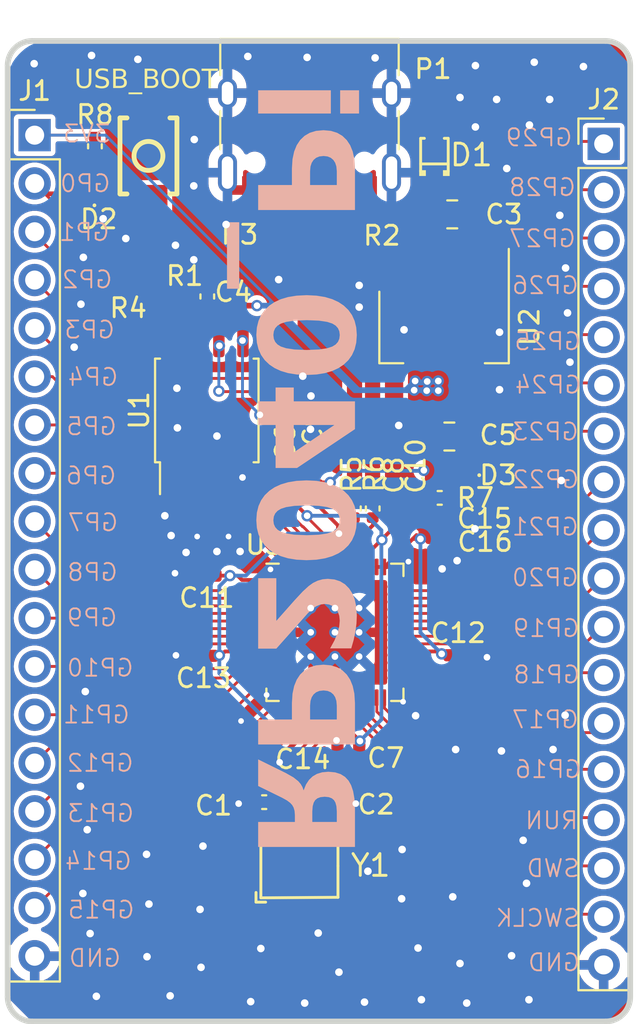
<source format=kicad_pcb>
(kicad_pcb (version 20221018) (generator pcbnew)
  (layers (0 "F.Cu" signal) (31 "B.Cu" signal) (34 "B.Paste" user) (35 "F.Paste" user) (36 "B.SilkS" user "B.Silkscreen") (37 "F.SilkS" user "F.Silkscreen") (38 "B.Mask" user) (39 "F.Mask" user) (44 "Edge.Cuts" user))
  (net 0 "")
  (net 1 "GND")
  (net 2 "+1V1")
  (net 3 "/XIN")
  (net 4 "/XOUT")
  (net 5 "Net-(D1-K)")
  (net 6 "+3V3")
  (net 7 "VBUS")
  (net 8 "/GPIO0")
  (net 9 "/GPIO1")
  (net 10 "/GPIO2")
  (net 11 "/GPIO3")
  (net 12 "/GPIO4")
  (net 13 "/GPIO5")
  (net 14 "/GPIO6")
  (net 15 "/GPIO7")
  (net 16 "/GPIO8")
  (net 17 "/GPIO9")
  (net 18 "/GPIO10")
  (net 19 "/GPIO11")
  (net 20 "/GPIO12")
  (net 21 "/GPIO13")
  (net 22 "/GPIO14")
  (net 23 "/GPIO15")
  (net 24 "/GPIO29_ADC3")
  (net 25 "/GPIO28_ADC2")
  (net 26 "/GPIO27_ADC1")
  (net 27 "/GPIO26_ADC0")
  (net 28 "/GPIO25")
  (net 29 "/GPIO24")
  (net 30 "/GPIO23")
  (net 31 "/GPIO22")
  (net 32 "/GPIO21")
  (net 33 "/GPIO20")
  (net 34 "/GPIO19")
  (net 35 "/GPIO18")
  (net 36 "/GPIO17")
  (net 37 "/GPIO16")
  (net 38 "/RUN")
  (net 39 "/SWD")
  (net 40 "/SWCLK")
  (net 41 "Net-(P1-CC1)")
  (net 42 "/USB_D+")
  (net 43 "/USB_D-")
  (net 45 "Net-(P1-CC2)")
  (net 47 "/QSPI_SS")
  (net 48 "/~{USB_BOOT}")
  (net 49 "Net-(U3-USB_DP)")
  (net 50 "Net-(U3-USB_DM)")
  (net 51 "/QSPI_SD1")
  (net 52 "/QSPI_SD2")
  (net 53 "/QSPI_SD0")
  (net 54 "/QSPI_SCLK")
  (net 55 "/QSPI_SD3")
  (net 56 "Net-(D3-A)")
  (net 57 "Net-(D2-A)")
  (footprint "Connector_USB:USB_C_Receptacle_HRO_TYPE-C-31-M-12" (layer "F.Cu") (at 168.3238 58.5048 180)
    (fp_text reference "P1")
    (fp_text value "USB_C_Receptacle_USB2.0")
  )
  (footprint "Capacitor_SMD:C_0402_1005Metric" (layer "F.Cu") (at 160.2486 67.0814 90)
    (fp_text reference locked "R1")
    (fp_text value "1k")
  )
  (footprint "Connector_PinHeader_2.54mm:PinHeader_1x18_P2.54mm_Vertical" (layer "F.Cu") (at 183.8198 60.1218)
    (fp_text reference "J2")
    (fp_text value "Conn_01x18_MountingPin" hide)
  )
  (footprint "Capacitor_SMD:C_0402_1005Metric" (layer "F.Cu") (at 172.672 79.332 90)
    (fp_text reference "C8")
    (fp_text value "1u")
  )
  (footprint "Capacitor_SMD:C_0402_1005Metric" (layer "F.Cu") (at 169.1386 94.7674)
    (fp_text reference "C2")
    (fp_text value "27p")
  )
  (footprint "Capacitor_SMD:C_0402_1005Metric" (layer "F.Cu") (at 175.1838 78.74 180)
    (fp_text reference "R7")
    (fp_text value "500")
  )
  (footprint "Capacitor_SMD:C_0805_2012Metric" (layer "F.Cu") (at 175.6918 75.5142)
    (fp_text reference "C5")
    (fp_text value "10u")
  )
  (footprint "Capacitor_SMD:C_0402_1005Metric" (layer "F.Cu") (at 176.157 87.017)
    (fp_text reference "C12")
    (fp_text value "100n")
  )
  (footprint "my1-Library:OSC-SMD_4P-L3.2-W2.5-BL" (layer "F.Cu") (at 167.7924 98.0948)
    (fp_text reference "Y1")
    (fp_text value "Crystal_GND24_Small" hide)
  )
  (footprint "Capacitor_SMD:C_0402_1005Metric" (layer "F.Cu") (at 173.672 79.332 90)
    (fp_text reference "C10")
    (fp_text value "1u")
  )
  (footprint "LED_SMD:LED_0402_1005Metric" (layer "F.Cu") (at 176.1744 77.5462 180)
    (fp_text reference "D3")
    (fp_text value "LED")
  )
  (footprint "Capacitor_SMD:C_0402_1005Metric" (layer "F.Cu") (at 165.9382 94.742 180)
    (fp_text reference "C1")
    (fp_text value "27p")
  )
  (footprint "Capacitor_SMD:C_0402_1005Metric" (layer "F.Cu") (at 162.941 68.1482 90)
    (fp_text reference "C4")
    (fp_text value "100n")
  )
  (footprint "Capacitor_SMD:C_0402_1005Metric" (layer "F.Cu") (at 167.5638 78.359 90)
    (fp_text reference "C6")
    (fp_text value "100n")
  )
  (footprint "my1-Library:SOD-323_L1.8-W1.3-LS2.5-RD" (layer "F.Cu") (at 174.9044 60.7314 90)
    (fp_text reference "D1")
    (fp_text value "D_Schottky" hide)
  )
  (footprint "Capacitor_SMD:C_0402_1005Metric" (layer "F.Cu") (at 175.1838 79.8068)
    (fp_text reference "C15")
    (fp_text value "100n")
  )
  (footprint "Connector_PinHeader_2.54mm:PinHeader_1x18_P2.54mm_Vertical" (layer "F.Cu") (at 153.8478 59.6646)
    (fp_text reference "J1")
    (fp_text value "Conn_01x18_MountingPin" hide)
  )
  (footprint "Capacitor_SMD:C_0402_1005Metric" (layer "F.Cu") (at 162.9156 82.8294 180)
    (fp_text reference "C11")
    (fp_text value "100n")
  )
  (footprint "my1-Library:SW-SMD_L4.0-W3.0-LS5.0" (layer "F.Cu") (at 159.8422 60.7568 -90)
    (fp_text reference "SW1" hide)
    (fp_text value "SW_DIP_x01" hide)
  )
  (footprint "Capacitor_SMD:C_0402_1005Metric" (layer "F.Cu") (at 160.655 68.7832 180)
    (fp_text reference "R4")
    (fp_text value "DNF")
  )
  (footprint "LED_SMD:LED_0402_1005Metric" (layer "F.Cu") (at 156.9974 62.2649 90)
    (fp_text reference "D2")
    (fp_text value "LED")
  )
  (footprint "Package_TO_SOT_SMD:SOT-223-3_TabPin2" (layer "F.Cu") (at 175.4124 69.7484 -90)
    (fp_text reference "U2")
    (fp_text value "NCP1117-3.3_SOT223")
  )
  (footprint "RP2040_minimal:RP2040-QFN-56" (layer "F.Cu") (at 169.6635 85.8104)
    (fp_text reference "U3")
    (fp_text value "RP2040")
  )
  (footprint "Capacitor_SMD:C_0402_1005Metric" (layer "F.Cu") (at 170.942 92.3036 -90)
    (fp_text reference "C7")
    (fp_text value "100n")
  )
  (footprint "Capacitor_SMD:C_0805_2012Metric" (layer "F.Cu") (at 175.8442 63.8302)
    (fp_text reference "C3")
    (fp_text value "10u")
  )
  (footprint "Capacitor_SMD:C_0402_1005Metric" (layer "F.Cu") (at 162.7378 87.0458 180)
    (fp_text reference "C13")
    (fp_text value "100n")
  )
  (footprint "Capacitor_SMD:C_0402_1005Metric" (layer "F.Cu") (at 166.0652 64.9224 -90)
    (fp_text reference "R3")
    (fp_text value "5.1k")
  )
  (footprint "Capacitor_SMD:C_0402_1005Metric" (layer "F.Cu") (at 169.799 92.302 -90)
    (fp_text reference "C14")
    (fp_text value "100n")
  )
  (footprint "Capacitor_SMD:C_0402_1005Metric" (layer "F.Cu") (at 175.2092 80.8482)
    (fp_text reference "C16")
    (fp_text value "100n")
  )
  (footprint "Capacitor_SMD:C_0402_1005Metric" (layer "F.Cu") (at 171.6532 79.2988 -90)
    (fp_text reference "R6")
    (fp_text value "27")
  )
  (footprint "Capacitor_SMD:C_0402_1005Metric" (layer "F.Cu") (at 170.6626 79.2988 -90)
    (fp_text reference "R5")
    (fp_text value "27")
  )
  (footprint "Capacitor_SMD:C_0402_1005Metric" (layer "F.Cu") (at 157.0228 60.2488 90)
    (fp_text reference "R8")
    (fp_text value "500")
  )
  (footprint "Capacitor_SMD:C_0402_1005Metric" (layer "F.Cu") (at 170.7642 64.874 -90)
    (fp_text reference "R2")
    (fp_text value "5.1k")
  )
  (footprint "Package_SO:SOIC-8_5.23x5.23mm_P1.27mm" (layer "F.Cu") (at 162.9156 74.1426 90)
    (fp_text reference "U1")
    (fp_text value "W25Q128JVS")
  )
  (footprint "Capacitor_SMD:C_0402_1005Metric" (layer "F.Cu") (at 168.7068 77.5716 90)
    (fp_text reference "C9")
    (fp_text value "100n")
  )
  (gr_line (start 152.4254 104.9782) (end 152.4254 56.007) (stroke (width 0.3)) (layer "Edge.Cuts"))
  (gr_arc (start 153.718557 106.2736) (mid 152.804157 105.894842) (end 152.4254 104.980442) (stroke (width 0.3)) (layer "Edge.Cuts"))
  (gr_arc (start 185.216799 104.980443) (mid 184.838042 105.894842) (end 183.923643 106.273599) (stroke (width 0.3)) (layer "Edge.Cuts"))
  (gr_arc (start 183.9214 54.7116) (mid 184.837386 55.091014) (end 185.2168 56.007) (stroke (width 0.3)) (layer "Edge.Cuts"))
  (gr_line (start 185.216799 104.980443) (end 185.216799 56.007) (stroke (width 0.3)) (layer "Edge.Cuts"))
  (gr_line (start 183.9214 54.7116) (end 153.718556 54.7116) (stroke (width 0.3)) (layer "Edge.Cuts"))
  (gr_line (start 183.9214 106.2736) (end 153.7208 106.2736) (stroke (width 0.3)) (layer "Edge.Cuts"))
  (gr_arc (start 152.4254 56.004757) (mid 152.804157 55.090357) (end 153.718557 54.7116) (stroke (width 0.3)) (layer "Edge.Cuts"))
  (gr_text "GP6" (at 156.8196 77.5716) (layer "B.SilkS") (effects (font (size 0.9 0.9) (thickness 0.1)) (justify mirror)))
  (gr_text "GP25" (at 180.8734 70.5104) (layer "B.SilkS") (effects (font (size 0.9 0.9) (thickness 0.1)) (justify mirror)))
  (gr_text "GP2" (at 156.6164 67.2592) (layer "B.SilkS") (effects (font (size 0.9 0.9) (thickness 0.1)) (justify mirror)))
  (gr_text "GP9" (at 156.8704 85.0392) (layer "B.SilkS") (effects (font (size 0.9 0.9) (thickness 0.1)) (justify mirror)))
  (gr_text "GP0" (at 156.5148 62.2046) (layer "B.SilkS") (effects (font (size 0.9 0.9) (thickness 0.1)) (justify mirror)))
  (gr_text "GP18" (at 180.8226 88.0364) (layer "B.SilkS") (effects (font (size 0.9 0.9) (thickness 0.1)) (justify mirror)))
  (gr_text "GP5" (at 156.845 74.9808) (layer "B.SilkS") (effects (font (size 0.9 0.9) (thickness 0.1)) (justify mirror)))
  (gr_text "GP1" (at 156.464 64.77) (layer "B.SilkS") (effects (font (size 0.9 0.9) (thickness 0.1)) (justify mirror)))
  (gr_text "GP13" (at 157.3276 95.3262) (layer "B.SilkS") (effects (font (size 0.9 0.9) (thickness 0.1)) (justify mirror)))
  (gr_text "SWCLK" (at 180.34 100.838) (layer "B.SilkS") (effects (font (size 0.9 0.9) (thickness 0.1)) (justify mirror)))
  (gr_text "GND" (at 157.0228 102.9462) (layer "B.SilkS") (effects (font (size 0.9 0.9) (thickness 0.1)) (justify mirror)))
  (gr_text "GP24" (at 180.8988 72.7964) (layer "B.SilkS") (effects (font (size 0.9 0.9) (thickness 0.1)) (justify mirror)))
  (gr_text "GP12" (at 157.3022 92.6846) (layer "B.SilkS") (effects (font (size 0.9 0.9) (thickness 0.1)) (justify mirror)))
  (gr_text "GP20" (at 180.7464 82.931) (layer "B.SilkS") (effects (font (size 0.9 0.9) (thickness 0.1)) (justify mirror)))
  (gr_text "GP10" (at 157.3022 87.6808) (layer "B.SilkS") (effects (font (size 0.9 0.9) (thickness 0.1)) (justify mirror)))
  (gr_text "GP11" (at 157.099 90.1446) (layer "B.SilkS") (effects (font (size 0.9 0.9) (thickness 0.1)) (justify mirror)))
  (gr_text "GP4" (at 156.9212 72.39) (layer "B.SilkS") (effects (font (size 0.9 0.9) (thickness 0.1)) (justify mirror)))
  (gr_text "GP26" (at 180.7464 67.564) (layer "B.SilkS") (effects (font (size 0.9 0.9) (thickness 0.1)) (justify mirror)))
  (gr_text "GP19" (at 180.7972 85.598) (layer "B.SilkS") (effects (font (size 0.9 0.9) (thickness 0.1)) (justify mirror)))
  (gr_text "3V3" (at 156.591 59.5884) (layer "B.SilkS") (effects (font (size 0.9 0.9) (thickness 0.1)) (justify mirror)))
  (gr_text "GP29" (at 180.4162 59.7916) (layer "B.SilkS") (effects (font (size 0.9 0.9) (thickness 0.1)) (justify mirror)))
  (gr_text "GP17" (at 180.7464 90.3986) (layer "B.SilkS") (effects (font (size 0.9 0.9) (thickness 0.1)) (justify mirror)))
  (gr_text "GP3" (at 156.7434 69.9008) (layer "B.SilkS") (effects (font (size 0.9 0.9) (thickness 0.1)) (justify mirror)))
  (gr_text "GP15" (at 157.353 100.4062) (layer "B.SilkS") (effects (font (size 0.9 0.9) (thickness 0.1)) (justify mirror)))
  (gr_text "RP2040_Pi" (at 164.7698 97.7392 270) (layer "B.SilkS") (effects (font (size 5 5) (thickness 0.3) bold) (justify left bottom mirror)))
  (gr_text "GP16" (at 180.8988 93.0148) (layer "B.SilkS") (effects (font (size 0.9 0.9) (thickness 0.1)) (justify mirror)))
  (gr_text "GP21" (at 180.7464 80.264) (layer "B.SilkS") (effects (font (size 0.9 0.9) (thickness 0.1)) (justify mirror)))
  (gr_text "GP27" (at 180.594 65.1002) (layer "B.SilkS") (effects (font (size 0.9 0.9) (thickness 0.1)) (justify mirror)))
  (gr_text "GP8" (at 156.8958 82.6516) (layer "B.SilkS") (effects (font (size 0.9 0.9) (thickness 0.1)) (justify mirror)))
  (gr_text "RUN" (at 181.0766 95.7072) (layer "B.SilkS") (effects (font (size 0.9 0.9) (thickness 0.1)) (justify mirror)))
  (gr_text "GP22" (at 180.7718 77.7748) (layer "B.SilkS") (effects (font (size 0.9 0.9) (thickness 0.1)) (justify mirror)))
  (gr_text "GP7" (at 156.9212 80.0354) (layer "B.SilkS") (effects (font (size 0.9 0.9) (thickness 0.1)) (justify mirror)))
  (gr_text "GP23" (at 180.7464 75.2602) (layer "B.SilkS") (effects (font (size 0.9 0.9) (thickness 0.1)) (justify mirror)))
  (gr_text "SWD" (at 181.1528 98.2218) (layer "B.SilkS") (effects (font (size 0.9 0.9) (thickness 0.1)) (justify mirror)))
  (gr_text "GP14" (at 157.2006 97.8408) (layer "B.SilkS") (effects (font (size 0.9 0.9) (thickness 0.1)) (justify mirror)))
  (gr_text "GP28" (at 180.594 62.4078) (layer "B.SilkS") (effects (font (size 0.9 0.9) (thickness 0.1)) (justify mirror)))
  (gr_text "GND" (at 181.2036 103.1748) (layer "B.SilkS") (effects (font (size 0.9 0.9) (thickness 0.1)) (justify mirror)))
  (gr_text "\nUSB_BOOT" (at 159.7152 55.9308) (layer "F.SilkS") (effects (font (size 1 1))))
  (segment (start 168.3885 88.40507) (end 168.6635 88.68007) (width 0.25) (layer "F.Cu") (net 1))
  (segment (start 161.3662 82.8294) (end 161.2392 82.7024) (width 0.15) (layer "F.Cu") (net 1))
  (segment (start 161.29 87.0204) (end 162.2274 87.0204) (width 0.2) (layer "F.Cu") (net 1))
  (segment (start 168.3885 87.0854) (end 168.3885 88.40507) (width 0.25) (layer "F.Cu") (net 1))
  (segment (start 162.4306 82.8294) (end 161.3662 82.8294) (width 0.15) (layer "F.Cu") (net 1))
  (segment (start 166.751 92.3925) (end 166.751 92.6465) (width 0.15) (layer "F.Cu") (net 1))
  (segment (start 168.6635 89.2479) (end 168.6635 88.68007) (width 0.2) (layer "F.Cu") (net 1))
  (segment (start 168.672 89.2545) (end 168.672 90.4715) (width 0.15) (layer "F.Cu") (net 1))
  (segment (start 162.2274 87.0204) (end 162.2528 87.0458) (width 0.2) (layer "F.Cu") (net 1))
  (segment (start 168.672 90.4715) (end 166.751 92.3925) (width 0.15) (layer "F.Cu") (net 1))
  (segment (start 164.6174 94.7928) (end 164.592 94.8182) (width 0.2) (layer "F.Cu") (net 1))
  (segment (start 176.642 87.017) (end 176.747 87.122) (width 0.2) (layer "F.Cu") (net 1))
  (segment (start 176.747 87.122) (end 177.672 87.122) (width 0.2) (layer "F.Cu") (net 1))
  (via (at 159.766 102.87) (size 0.8) (drill 0.4) (layers "F.Cu" "B.Cu") (net 1))
  (via (at 173.0248 74.93) (size 0.8) (drill 0.4) (layers "F.Cu" "B.Cu") (net 1))
  (via (at 173.2534 89.4588) (size 0.5) (drill 0.3) (layers "F.Cu" "B.Cu") (net 1))
  (via (at 177.038 80.3656) (size 0.8) (drill 0.4) (layers "F.Cu" "B.Cu") (net 1))
  (via (at 179.8828 105.1306) (size 0.8) (drill 0.4) (layers "F.Cu" "B.Cu") (net 1))
  (via (at 176.6062 105.3084) (size 0.8) (drill 0.4) (layers "F.Cu" "B.Cu") (net 1))
  (via (at 168.402 73.3806) (size 0.8) (drill 0.4) (layers "F.Cu" "B.Cu") (net 1))
  (via (at 164.6682 81.5594) (size 0.8) (drill 0.4) (layers "F.Cu" "B.Cu") (net 1))
  (via (at 165.0746 55.5244) (size 0.8) (drill 0.4) (layers "F.Cu" "B.Cu") (net 1))
  (via (at 162.56 100.3808) (size 0.8) (drill 0.4) (layers "F.Cu" "B.Cu") (net 1))
  (via (at 176.2506 57.6834) (size 0.8) (drill 0.4) (layers "F.Cu" "B.Cu") (net 1))
  (via (at 166.0652 89.1032) (size 0.5) (drill 0.3) (layers "F.Cu" "B.Cu") (net 1))
  (via (at 155.9306 70.8152) (size 0.8) (drill 0.4) (layers "F.Cu" "B.Cu") (net 1))
  (via (at 179.578 96.7486) (size 0.8) (drill 0.4) (layers "F.Cu" "B.Cu") (net 1))
  (via (at 168.0718 105.3084) (size 0.8) (drill 0.4) (layers "F.Cu" "B.Cu") (net 1))
  (via (at 181.5084 63.881) (size 0.8) (drill 0.4) (layers "F.Cu" "B.Cu") (net 1))
  (via (at 171.3992 98.3742) (size 0.8) (drill 0.4) (layers "F.Cu" "B.Cu") (net 1))
  (via (at 180.1622 55.8292) (size 0.8) (drill 0.4) (layers "F.Cu" "B.Cu") (net 1))
  (via (at 181.9148 69.0118) (size 0.8) (drill 0.4) (layers "F.Cu" "B.Cu") (net 1))
  (via (at 173.1772 99.822) (size 0.8) (drill 0.4) (layers "F.Cu" "B.Cu") (net 1))
  (via (at 166.7002 67.2592) (size 0.8) (drill 0.4) (layers "F.Cu" "B.Cu") (net 1))
  (via (at 177.0634 59.2328) (size 0.8) (drill 0.4) (layers "F.Cu" "B.Cu") (net 1))
  (via (at 168.783 101.6254) (size 0.8) (drill 0.4) (layers "F.Cu" "B.Cu") (net 1))
  (via (at 181.5846 77.8256) (size 0.8) (drill 0.4) (layers "F.Cu" "B.Cu") (net 1))
  (via (at 181.7878 90.17) (size 0.8) (drill 0.4) (layers "F.Cu" "B.Cu") (net 1))
  (via (at 163.9316 64.3636) (size 0.8) (drill 0.4) (layers "F.Cu" "B.Cu") (net 1))
  (via (at 181.1528 91.9734) (size 0.8) (drill 0.4) (layers "F.Cu" "B.Cu") (net 1))
  (via (at 176.0982 82.042) (size 0.8) (drill 0.4) (layers "F.Cu" "B.Cu") (net 1))
  (via (at 170.942 68.707) (size 0.8) (drill 0.4) (layers "F.Cu" "B.Cu") (net 1))
  (via (at 159.2834 55.6768) (size 0.8) (drill 0.4) (layers "F.Cu" "B.Cu") (net 1))
  (via (at 168.3766 75.1332) (size 0.8) (drill 0.4) (layers "F.Cu" "B.Cu") (net 1))
  (via (at 165.227 105.2322) (size 0.8) (drill 0.4) (layers "F.Cu" "B.Cu") (net 1))
  (via (at 157.4546 64.0588) (size 0.8) (drill 0.4) (layers "F.Cu" "B.Cu") (net 1))
  (via (at 165.7604 102.4382) (size 0.8) (drill 0.4) (layers "F.Cu" "B.Cu") (net 1))
  (via (at 177.672 87.122) (size 0.6) (drill 0.35) (layers "F.Cu" "B.Cu") (net 1))
  (via (at 171.2214 105.2576) (size 0.8) (drill 0.4) (layers "F.Cu" "B.Cu") (net 1))
  (via (at 156.2608 93.9038) (size 0.8) (drill 0.4) (layers "F.Cu" "B.Cu") (net 1))
  (via (at 160.9852 104.9274) (size 0.8) (drill 0.4) (layers "F.Cu" "B.Cu") (net 1))
  (via (at 156.845 55.4736) (size 0.8) (drill 0.4) (layers "F.Cu" "B.Cu") (net 1))
  (via (at 180.975 57.785) (size 0.8) (drill 0.4) (layers "F.Cu" "B.Cu") (net 1))
  (via (at 161.2646 65.4558) (size 0.8) (drill 0.4) (layers "F.Cu" "B.Cu") (net 1))
  (via (at 158.6484 65.1002) (size 0.8) (drill 0.4) (layers "F.Cu" "B.Cu") (net 1))
  (via (at 177.0634 56.007) (size 0.8) (drill 0.4) (layers "F.Cu" "B.Cu") (net 1))
  (via (at 164.7952 77.6664) (size 0.6) (drill 0.35) (layers "F.Cu" "B.Cu") (net 1))
  (via (at 162.4076 80.772) (size 0.5) (drill 0.3) (layers "F.Cu" "B.Cu") (net 1))
  (via (at 161.2392 82.7024) (size 0.6) (drill 0.35) (layers "F.Cu" "B.Cu") (net 1))
  (via (at 157.099 104.9528) (size 0.8) (drill 0.4) (layers "F.Cu" "B.Cu") (net 1))
  (via (at 161.8234 81.6102) (size 0.8) (drill 0.4) (layers "F.Cu" "B.Cu") (net 1))
  (via (at 176.022 91.9734) (size 0.8) (drill 0.4) (layers "F.Cu" "B.Cu") (net 1))
  (via (at 162.2552 59.8932) (size 0.8) (drill 0.4) (layers "F.Cu" "B.Cu") (net 1))
  (via (at 156.4132 66.0908) (size 0.8) (drill 0.4) (layers "F.Cu" "B.Cu") (net 1))
  (via (at 178.3334 73.0504) (size 0.8) (drill 0.4) (layers "F.Cu" "B.Cu") (net 1))
  (via (at 161.3662 75.057) (size 0.8) (drill 0.4) (layers "F.Cu" "B.Cu") (net 1))
  (via (at 178.9684 102.8192) (size 0.8) (drill 0.4) (layers "F.Cu" "B.Cu") (net 1))
  (via (at 175.3108 82.4738) (size 0.8) (drill 0.4) (layers "F.Cu" "B.Cu") (net 1))
  (via (at 182.753 56.0578) (size 0.8) (drill 0.4) (layers "F.Cu" "B.Cu") (net 1))
  (via (at 179.9082 59.1312) (size 0.8) (drill 0.4) (layers "F.Cu" "B.Cu") (net 1))
  (via (at 159.7406 97.4852) (size 0.8) (drill 0.4) (layers "F.Cu" "B.Cu") (net 1))
  (via (at 162.7124 97.0534) (size 0.8) (drill 0.4) (layers "F.Cu" "B.Cu") (net 1))
  (via (at 173.3042 69.9008) (size 0.8) (drill 0.4) (layers "F.Cu" "B.Cu") (net 1))
  (via (at 162.2298 66.2178) (size 0.8) (drill 0.4) (layers "F.Cu" "B.Cu") (net 1))
  (via (at 164.0586 80.772) (size 0.5) (drill 0.3) (layers "F.Cu" "B.Cu") (net 1))
  (via (at 160.7058 79.6798) (size 0.8) (drill 0.4) (layers "F.Cu" "B.Cu") (net 1))
  (via (at 156.5148 88.9254) (size 0.8) (drill 0.4) (layers "F.Cu" "B.Cu") (net 1))
  (via (at 170.7642 94.8182) (size 0.6) (drill 0.35) (layers "F.Cu" "B.Cu") (net 1))
  (via (at 164.592 94.8182) (size 0.6) (drill 0.35) (layers "F.Cu" "B.Cu") (net 1))
  (via (at 161.036 80.7212) (size 0.8) (drill 0.4) (layers "F.Cu" "B.Cu") (net 1))
  (via (at 178.7144 61.4172) (size 0.8) (drill 0.4) (layers "F.Cu" "B.Cu") (net 1))
  (via (at 178.435 92.0496) (size 0.8) (drill 0.4) (layers "F.Cu" "B.Cu") (net 1))
  (via (at 163.449 75.4888) (size 0.8) (drill 0.4) (layers "F.Cu" "B.Cu") (net 1))
  (via (at 171.7802 55.6006) (size 0.8) (drill 0.4) (layers "F.Cu" "B.Cu") (net 1))
  (via (at 166.751 92.6465) (size 0.6) (drill 0.35) (layers "F.Cu" "B.Cu") (net 1))
  (via (at 156.6164 96.1898) (size 0.8) (drill 0.4) (layers "F.Cu" "B.Cu") (net 1))
  (via (at 173.9138 90.1954) (size 0.8) (drill 0.4) (layers "F.Cu" "B.Cu") (net 1))
  (via (at 167.9702 72.3392) (size 0.8) (drill 0.4) (layers "F.Cu" "B.Cu") (net 1))
  (via (at 168.1988 55.5752) (size 0.8) (drill 0.4) (layers "F.Cu" "B.Cu") (net 1))
  (via (at 178.3334 70.0278) (size 0.8) (drill 0.4) (layers "F.Cu" "B.Cu") (net 1))
  (via (at 163.449 81.5594) (size 0.8) (drill 0.4) (layers "F.Cu" "B.Cu") (net 1))
  (via (at 173.5328 82.0928) (size 0.5) (drill 0.3) (layers "F.Cu" "B.Cu") (net 1))
  (via (at 173.2026 97.2312) (size 0.8) (drill 0.4) (layers "F.Cu" "B.Cu") (net 1))
  (via (at 161.3408 72.9742) (size 0.8) (drill 0.4) (layers "F.Cu" "B.Cu") (net 1))
  (via (at 156.2862 68.5546) (size 0.8) (drill 0.4) (layers "F.Cu" "B.Cu") (net 1))
  (via (at 153.8224 55.9054) (size 0.8) (drill 0.4) (layers "F.Cu" "B.Cu") (net 1))
  (via (at 159.8676 100.1014) (size 0.8) (drill 0.4) (layers "F.Cu" "B.Cu") (net 1))
  (via (at 156.3878 99.5426) (size 0.8) (drill 0.4) (layers "F.Cu" "B.Cu") (net 1))
  (via (at 175.8696 99.7204) (size 0.8) (drill 0.4) (layers "F.Cu" "B.Cu") (net 1))
  (via (at 162.6108 103.4288) (size 0.8) (drill 0.4) (layers "F.Cu" "B.Cu") (net 1))
  (via (at 166.2684 82.4992) (size 0.5) (drill 0.3) (layers "F.Cu" "B.Cu") (net 1))
  (via (at 162.2298 62.3316) (size 0.8) (drill 0.4) (layers "F.Cu" "B.Cu") (net 1))
  (via (at 179.7558 99.0092) (size 0.8) (drill 0.4) (layers "F.Cu" "B.Cu") (net 1))
  (via (at 178.181 57.785) (size 0.8) (drill 0.4) (layers "F.Cu" "B.Cu") (net 1))
  (via (at 176.2506 103.2256) (size 0.8) (drill 0.4) (layers "F.Cu" "B.Cu") (net 1))
  (via (at 182.0418 71.6026) (size 0.8) (drill 0.4) (layers "F.Cu" "B.Cu") (net 1))
  (via (at 169.8752 103.6828) (size 0.8) (drill 0.4) (layers "F.Cu" "B.Cu") (net 1))
  (via (at 181.8132 66.6496) (size 0.8) (drill 0.4) (layers "F.Cu" "B.Cu") (net 1))
  (via (at 174.2186 105.1306) (size 0.8) (drill 0.4) (layers "F.Cu" "B.Cu") (net 1))
  (via (at 164.719 90.4748) (size 0.5) (drill 0.3) (layers "F.Cu" "B.Cu") (net 1))
  (via (at 161.29 87.0204) (size 0.6) (drill 0.35) (layers "F.Cu" "B.Cu") (net 1))
  (via (at 156.7688 101.6508) (size 0.8) (drill 0.4) (layers "F.Cu" "B.Cu") (net 1))
  (via (at 170.942 67.564) (size 0.8) (drill 0.4) (layers "F.Cu" "B.Cu") (net 1))
  (via (at 174.0408 102.4128) (size 0.8) (drill 0.4) (layers "F.Cu" "B.Cu") (net 1))
  (segment (start 170.272 90.817) (end 170.272 89.2545) (width 0.2) (layer "F.Cu") (net 2))
  (segment (start 167.5638 79.0448) (end 167.5638 78.9686) (width 0.2) (layer "F.Cu") (net 2))
  (segment (start 171.472 81.5882) (end 172.1104 80.9498) (width 0.2) (layer "F.Cu") (net 2))
  (segment (start 170.982 91.527) (end 170.982 91.7786) (width 0.2) (layer "F.Cu") (net 2))
  (segment (start 168.1988 79.756373) (end 169.472 81.029573) (width 0.15) (layer "F.Cu") (net 2))
  (segment (start 171.172 91.717) (end 171.172 91.817) (width 0.2) (layer "F.Cu") (net 2))
  (segment (start 172.1358 80.9498) (end 172.1358 80.9244) (width 0.2) (layer "F.Cu") (net 2))
  (segment (start 168.1988 79.6798) (end 168.1988 79.756373) (width 0.15) (layer "F.Cu") (net 2))
  (segment (start 171.472 82.3795) (end 171.472 81.5882) (width 0.2) (layer "F.Cu") (net 2))
  (segment (start 169.472 81.5118) (end 169.472 82.3795) (width 0.2) (layer "F.Cu") (net 2))
  (segment (start 168.1988 79.6798) (end 167.5638 79.0448) (width 0.2) (layer "F.Cu") (net 2))
  (segment (start 170.982 91.7786) (end 170.942 91.8186) (width 0.2) (layer "F.Cu") (net 2))
  (segment (start 170.982 91.527) (end 170.272 90.817) (width 0.2) (layer "F.Cu") (net 2))
  (segment (start 169.472 81.029573) (end 169.472 81.5118) (width 0.15) (layer "F.Cu") (net 2))
  (segment (start 172.1104 80.9498) (end 172.1358 80.9498) (width 0.2) (layer "F.Cu") (net 2))
  (segment (start 167.5638 78.9686) (end 167.6908 78.8416) (width 0.2) (layer "F.Cu") (net 2))
  (segment (start 170.982 91.527) (end 171.172 91.717) (width 0.2) (layer "F.Cu") (net 2))
  (segment (start 172.672 80.3882) (end 172.672 79.817) (width 0.2) (layer "F.Cu") (net 2))
  (segment (start 172.1358 80.9244) (end 172.672 80.3882) (width 0.2) (layer "F.Cu") (net 2))
  (via (at 170.982 91.527) (size 0.6) (drill 0.35) (layers "F.Cu" "B.Cu") (net 2))
  (via (at 168.1988 79.6798) (size 0.6) (drill 0.35) (layers "F.Cu" "B.Cu") (net 2))
  (via (at 172.1358 80.9498) (size 0.6) (drill 0.35) (layers "F.Cu" "B.Cu") (net 2))
  (segment (start 170.982 91.527) (end 172.1104 90.3986) (width 0.2) (layer "B.Cu") (net 2))
  (segment (start 171.3484 79.6798) (end 168.1988 79.6798) (width 0.2) (layer "B.Cu") (net 2))
  (segment (start 172.1104 90.3986) (end 172.1104 80.4418) (width 0.2) (layer "B.Cu") (net 2))
  (segment (start 172.1104 80.4418) (end 171.3484 79.6798) (width 0.2) (layer "B.Cu") (net 2))
  (segment (start 167.472 93.6882) (end 166.4182 94.742) (width 0.15) (layer "F.Cu") (net 3))
  (segment (start 165.2778 98.4758) (end 165.7718 98.9698) (width 0.15) (layer "F.Cu") (net 3))
  (segment (start 165.7718 98.9698) (end 166.6924 98.9698) (width 0.15) (layer "F.Cu") (net 3))
  (segment (start 167.472 92.354861) (end 167.472 93.6882) (width 0.15) (layer "F.Cu") (net 3))
  (segment (start 166.4182 94.742) (end 166.4182 95.2272) (width 0.15) (layer "F.Cu") (net 3))
  (segment (start 169.072 90.754861) (end 167.472 92.354861) (width 0.15) (layer "F.Cu") (net 3))
  (segment (start 166.4182 95.2272) (end 165.2778 96.3676) (width 0.15) (layer "F.Cu") (net 3))
  (segment (start 169.072 89.2545) (end 169.072 90.754861) (width 0.15) (layer "F.Cu") (net 3))
  (segment (start 165.2778 96.3676) (end 165.2778 98.4758) (width 0.15) (layer "F.Cu") (net 3))
  (segment (start 168.672 94.317) (end 168.672 94.817) (width 0.15) (layer "F.Cu") (net 4))
  (segment (start 168.6814 94.8264) (end 168.6814 97.0088) (width 0.2) (layer "F.Cu") (net 4))
  (segment (start 168.672 94.817) (end 168.6814 94.8264) (width 0.2) (layer "F.Cu") (net 4))
  (segment (start 169.472 89.2545) (end 169.472 90.917) (width 0.15) (layer "F.Cu") (net 4))
  (segment (start 168.6814 97.0088) (end 168.8924 97.2198) (width 0.2) (layer "F.Cu") (net 4))
  (segment (start 169.472 90.917) (end 168.372 92.017) (width 0.15) (layer "F.Cu") (net 4))
  (segment (start 168.372 92.017) (end 168.372 94.017) (width 0.15) (layer "F.Cu") (net 4))
  (segment (start 168.372 94.017) (end 168.672 94.317) (width 0.15) (layer "F.Cu") (net 4))
  (segment (start 168.672 94.817) (end 168.4745 94.817) (width 0.15) (layer "F.Cu") (net 4))
  (segment (start 174.5488 63.9572) (end 173.214 65.292) (width 0.4) (layer "F.Cu") (net 5))
  (segment (start 173.214 65.292) (end 173.214 66.573) (width 0.4) (layer "F.Cu") (net 5))
  (segment (start 174.9044 61.9034) (end 174.9044 63.9087) (width 0.4) (layer "F.Cu") (net 5))
  (segment (start 174.8559 63.9572) (end 174.5488 63.9572) (width 0.4) (layer "F.Cu") (net 5))
  (segment (start 174.9044 63.9087) (end 174.8559 63.9572) (width 0.4) (layer "F.Cu") (net 5))
  (segment (start 160.9852 70.4664) (end 161.0868 70.3648) (width 0.3) (layer "F.Cu") (net 6))
  (segment (start 172.7327 81.9277) (end 172.72 81.9404) (width 0.2) (layer "F.Cu") (net 6))
  (segment (start 174.7012 77.7494) (end 174.7012 77.3176) (width 0.6) (layer "F.Cu") (net 6))
  (segment (start 174.7012 73.3044) (end 174.498 73.1012) (width 0.3) (layer "F.Cu") (net 6))
  (segment (start 172.7327 81.9277) (end 173.7741 80.8863) (width 0.2) (layer "F.Cu") (net 6))
  (segment (start 169.872 91.367) (end 169.872 89.2545) (width 0.2) (layer "F.Cu") (net 6))
  (segment (start 174.2948 77.3176) (end 174.7012 77.3176) (width 0.2) (layer "F.Cu") (net 6))
  (segment (start 174.1678 80.4926) (end 174.2323 80.4281) (width 0.2) (layer "F.Cu") (net 6))
  (segment (start 171.8635 82.3729) (end 172.2875 82.3729) (width 0.2) (layer "F.Cu") (net 6))
  (segment (start 164.5412 82.8294) (end 164.7698 83.058) (width 0.2) (layer "F.Cu") (net 6))
  (segment (start 175.5992 86.9442) (end 175.672 87.017) (width 0.2) (layer "F.Cu") (net 6))
  (segment (start 163.872 86.817) (end 166.2345 86.817) (width 0.2) (layer "F.Cu") (net 6))
  (segment (start 173.1095 83.217) (end 173.1095 82.7624) (width 0.2) (layer "F.Cu") (net 6))
  (segment (start 169.7482 91.7662) (end 169.799 91.817) (width 0.2) (layer "F.Cu") (net 6))
  (segment (start 174.2323 80.4281) (end 174.2831 80.4281) (width 0.2) (layer "F.Cu") (net 6))
  (segment (start 174.7012 77.724) (end 174.7012 77.7494) (width 0.2) (layer "F.Cu") (net 6))
  (segment (start 174.6988 79.8068) (end 174.7012 79.8092) (width 0.6) (layer "F.Cu") (net 6))
  (segment (start 174.7012 77.3176) (end 174.7012 76.835) (width 0.6) (layer "F.Cu") (net 6))
  (segment (start 174.7242 80.4164) (end 174.7242 81.0538) (width 0.2) (layer "F.Cu") (net 6))
  (segment (start 174.6988 79.8068) (end 174.1424 79.8068) (width 0.6) (layer "F.Cu") (net 6))
  (segment (start 169.418 77.9272) (end 169.014 77.9272) (width 0.2) (layer "F.Cu") (net 6))
  (segment (start 175.1076 72.7968) (end 175.1076 72.5932) (width 0.6) (layer "F.Cu") (net 6))
  (segment (start 175.3112 72.5932) (end 175.5648 72.3396) (width 0.6) (layer "F.Cu") (net 6))
  (segment (start 174.7012 72.898) (end 174.7012 72.6694) (width 0.3) (layer "F.Cu") (net 6))
  (segment (start 173.7614 80.899) (end 174.1678 80.899) (width 0.2) (layer "F.Cu") (net 6))
  (segment (start 169.8752 81.5138) (end 169.8752 81.153) (width 0.2) (layer "F.Cu") (net 6))
  (segment (start 161.0868 70.3648) (end 161.0868 68.7348) (width 0.3) (layer "F.Cu") (net 6))
  (segment (start 172.5676 82.0928) (end 172.7327 81.9277) (width 0.2) (layer "F.Cu") (net 6))
  (segment (start 172.2875 82.3729) (end 172.7327 81.9277) (width 0.2) (layer "F.Cu") (net 6))
  (segment (start 174.7242 80.8482) (end 174.7242 79.8322) (width 0.2) (layer "F.Cu") (net 6))
  (segment (start 170.204802 81.5498) (end 170.022001 81.366999) (width 0.2) (layer "F.Cu") (net 6))
  (segment (start 174.7242 79.8322) (end 174.6988 79.8068) (width 0.2) (layer "F.Cu") (net 6))
  (segment (start 172.5676 82.3729) (end 172.5676 82.0928) (width 0.2) (layer "F.Cu") (net 6))
  (segment (start 172.72 81.9404) (end 172.72 82.3729) (width 0.2) (layer "F.Cu") (net 6))
  (segment (start 174.7242 80.8482) (end 174.7032 80.8482) (width 0.4) (layer "F.Cu") (net 6))
  (segment (start 175.2854 86.9442) (end 175.5992 86.9442) (width 0.2) (layer "F.Cu") (net 6))
  (segment (start 174.7032 80.8482) (end 173.672 79.817) (width 0.4) (layer "F.Cu") (net 6))
  (segment (start 173.672 79.817) (end 173.8782 79.817) (width 0.2) (layer "F.Cu") (net 6))
  (segment (start 165.71475 83.058) (end 165.87375 83.217) (width 0.2) (layer "F.Cu") (net 6))
  (segment (start 168.6814 78.2598) (end 168.6814 79.0448) (width 0.2) (layer "F.Cu") (net 6))
  (segment (start 153.8478 59.6646) (end 156.9186 59.6646) (width 0.15) (layer "F.Cu") (net 6))
  (segment (start 174.7012 76.9112) (end 174.7012 76.835) (width 0.2) (layer "F.Cu") (net 6))
  (segment (start 174.8032 73.1012) (end 175.1076 73.1012) (width 0.6) (layer "F.Cu") (net 6))
  (segment (start 170.204802 81.5498) (end 170.272 81.616998) (width 0.2) (layer "F.Cu") (net 6))
  (segment (start 174.1424 79.8068) (end 173.6822 79.8068) (width 0.6) (layer "F.Cu") (net 6))
  (segment (start 173.6822 79.8068) (end 173.672 79.817) (width 0.6) (layer "F.Cu") (net 6))
  (segment (start 175.5648 72.3396) (end 175.5648 66.0396) (width 0.6) (layer "F.Cu") (net 6))
  (segment (start 175.1076 73.1012) (end 175.1076 72.7968) (width 0.6) (layer "F.Cu") (net 6))
  (segment (start 164.7698 83.058) (end 165.71475 83.058) (width 0.2) (layer "F.Cu") (net 6))
  (segment (start 172.72 82.3729) (end 172.5676 82.3729) (width 0.2) (layer "F.Cu") (net 6))
  (segment (start 174.7242 80.4164) (end 174.1424 79.8346) (width 0.6) (layer "F.Cu") (net 6))
  (segment (start 174.7012 73.2032) (end 174.8032 73.1012) (width 0.6) (layer "F.Cu") (net 6))
  (segment (start 174.498 73.1012) (end 174.7012 72.898) (width 0.3) (layer "F.Cu") (net 6))
  (segment (start 169.8752 80.6196) (end 169.8752 81.153) (width 0.2) (layer "F.Cu") (net 6))
  (segment (start 170.022001 81.366999) (end 169.872 81.517) (width 0.2) (layer "F.Cu") (net 6))
  (segment (start 174.7012 74.1172) (end 174.7012 73.3044) (width 0.3) (layer "F.Cu") (net 6))
  (segment (start 174.7012 74.1172) (end 174.7012 73.2032) (width 0.6) (layer "F.Cu") (net 6))
  (segment (start 163.576 87.017) (end 163.672 87.017) (width 0.2) (layer "F.Cu") (net 6))
  (segment (start 156.9186 59.6646) (end 157.0228 59.7688) (width 0.15) (layer "F.Cu") (net 6))
  (segment (start 175.1076 72.5932) (end 175.3112 72.5932) (width 0.6) (layer "F.Cu") (net 6))
  (segment (start 172.5676 82.3729) (end 172.2875 82.3729) (width 0.2) (layer "F.Cu") (net 6))
  (segment (start 170.272 81.616998) (end 170.272 82.3795) (width 0.2) (layer "F.Cu") (net 6))
  (segment (start 174.7242 79.8068) (end 174.7242 80.4164) (width 0.2) (layer "F.Cu") (net 6))
  (segment (start 173.1095 82.7624) (end 172.72 82.3729) (width 0.2) (layer "F.Cu") (net 6))
  (segment (start 173.7741 80.8863) (end 173.7614 80.899) (width 0.2) (layer "F.Cu") (net 6))
  (segment (start 169.8244 80.1878) (end 169.8244 80.5688) (width 0.2) (layer "F.Cu") (net 6))
  (segment (start 169.014 77.9272) (end 168.6814 78.2598) (width 0.2) (layer "F.Cu") (net 6))
  (segment (start 169.7482 91.4908) (end 169.7482 91.7662) (width 0.2) (layer "F.Cu") (net 6))
  (segment (start 163.2516 87.017) (end 163.2228 87.0458) (width 0.2) (layer "F.Cu") (net 6))
  (segment (start 169.7482 91.4908) (end 169.872 91.367) (width 0.2) (layer "F.Cu") (net 6))
  (segment (start 169.8752 81.153) (end 169.8752 81.220198) (width 0.2) (layer "F.Cu") (net 6))
  (segment (start 168.6814 79.0448) (end 169.8244 80.1878) (width 0.2) (layer "F.Cu") (net 6))
  (segment (start 163.672 87.017) (end 163.872 86.817) (width 0.2) (layer "F.Cu") (net 6))
  (segment (start 175.2854 86.9442) (end 175.1582 86.817) (width 0.2) (layer "F.Cu") (net 6))
  (segment (start 174.2948 77.3176) (end 174.7012 77.724) (width 0.2) (layer "F.Cu") (net 6))
  (segment (start 174.7012 79.8092) (end 174.7012 77.7494) (width 0.6) (layer "F.Cu") (net 6))
  (segment (start 174.5718 80.6958) (end 174.7242 80.8482) (width 0.2) (layer "F.Cu") (net 6))
  (segment (start 173.7741 80.8863) (end 173.9646 80.6958) (width 0.2) (layer "F.Cu") (net 6))
  (segment (start 174.1678 80.899) (end 174.1678 80.4926) (width 0.2) (layer "F.Cu") (net 6))
  (segment (start 174.2948 77.3176) (end 174.3202 77.2922) (width 0.2) (layer "F.Cu") (net 6))
  (segment (start 161.0868 68.7348) (end 161.1908 68.6308) (width 0.3) (layer "F.Cu") (net 6))
  (segment (start 169.872 81.517) (end 169.8752 81.5138) (width 0.2) (layer "F.Cu") (net 6))
  (segment (start 175.1582 86.817) (end 173.1095 86.817) (width 0.2) (layer "F.Cu") (net 6))
  (segment (start 174.3202 77.2922) (end 174.3456 77.2922) (width 0.2) (layer "F.Cu") (net 6))
  (segment (start 163.576 87.017) (end 163.2516 87.017) (width 0.2) (layer "F.Cu") (net 6))
  (segment (start 175.1076 72.7968) (end 175.1076 72.7968) (width 0.6) (layer "F.Cu") (net 6))
  (segment (start 174.3456 77.2668) (end 174.7012 76.9112) (width 0.2) (layer "F.Cu") (net 6))
  (segment (start 169.8244 80.5688) (end 169.8752 80.6196) (width 0.2) (layer "F.Cu") (net 6))
  (segment (start 169.9048 81.5498) (end 170.204802 81.5498) (width 0.2) (layer "F.Cu") (net 6))
  (segment (start 174.3456 77.2922) (end 174.3456 77.2668) (width 0.2) (layer "F.Cu") (net 6))
  (segment (start 172.2635 82.3729) (end 172.2875 82.3729) (width 0.3) (layer "F.Cu") (net 6))
  (segment (start 163.4006 82.8294) (end 164.5412 82.8294) (width 0.2) (layer "F.Cu") (net 6))
  (segment (start 165.87375 83.217) (end 166.2345 83.217) (width 0.2) (layer "F.Cu") (net 6))
  (segment (start 174.1424 79.8346) (end 174.1424 79.8068) (width 0.6) (layer "F.Cu") (net 6))
  (segment (start 169.8752 81.220198) (end 170.022001 81.366999) (width 0.2) (layer "F.Cu") (net 6))
  (segment (start 174.7012 76.835) (end 174.7012 74.1172) (width 0.6) (layer "F.Cu") (net 6))
  (segment (start 169.872 81.517) (end 169.872 82.3795) (width 0.2) (layer "F.Cu") (net 6))
  (segment (start 165.5572 68.6308) (end 161.1908 68.6308) (width 0.3) (layer "F.Cu") (net 6))
  (segment (start 169.872 81.517) (end 169.9048 81.5498) (width 0.2) (layer "F.Cu") (net 6))
  (via (at 173.8884 72.5932) (size 0.6) (drill 0.35) (layers "F.Cu" "B.Cu") (net 6))
  (via (at 169.7482 91.4908) (size 0.6) (drill 0.35) (layers "F.Cu" "B.Cu") (net 6))
  (via (at 173.8376 73.0758) (size 0.6) (drill 0.35) (layers "F.Cu" "B.Cu") (net 6))
  (via (at 175.1076 72.5932) (size 0.6) (drill 0.35) (layers "F.Cu" "B.Cu") (net 6))
  (via (at 175.2854 86.9442) (size 0.6) (drill 0.35) (layers "F.Cu" "B.Cu") (net 6))
  (via (at 169.8752 80.6196) (size 0.6) (drill 0.35) (layers "F.Cu" "B.Cu") (net 6))
  (via (at 174.5234 72.6186) (size 0.6) (drill 0.35) (layers "F.Cu" "B.Cu") (net 6))
  (via (at 164.1348 82.8294) (size 0.6) (drill 0.35) (layers "F.Cu" "B.Cu") (net 6))
  (via (at 174.1678 80.899) (size 0.6) (drill 0.35) (layers "F.Cu" "B.Cu") (net 6))
  (via (at 169.418 77.9272) (size 0.6) (drill 0.35) (layers "F.Cu" "B.Cu") (net 6))
  (via (at 163.576 87.017) (size 0.6) (drill 0.35) (layers "F.Cu" "B.Cu") (net 6))
  (via (at 174.498 73.1012) (size 0.6) (drill 0.35) (layers "F.Cu" "B.Cu") (net 6))
  (via (at 175.1076 73.1012) (size 0.6) (drill 0.35) (layers "F.Cu" "B.Cu") (net 6))
  (via (at 174.3456 77.2922) (size 0.6) (drill 0.35) (layers "F.Cu" "B.Cu") (net 6))
  (via (at 165.5572 68.6308) (size 0.6) (drill 0.35) (layers "F.Cu" "B.Cu") (net 6))
  (segment (start 174.7012 72.6694) (end 174.5742 72.6694) (width 0.3) (layer "B.Cu") (net 6))
  (segment (start 157.5816 59.6646) (end 166.2176 68.3006) (width 0.15) (layer "B.Cu") (net 6))
  (segment (start 173.8376 73.0758) (end 175.0822 73.0758) (width 0.3) (layer "B.Cu") (net 6))
  (segment (start 164.973 82.8294) (end 167.1828 80.6196) (width 0.2) (layer "B.Cu") (net 6))
  (segment (start 167.1066 91.4908) (end 169.7482 91.4908) (width 0.2) (layer "B.Cu") (net 6))
  (segment (start 170.7134 73.0758) (end 166.2684 68.6308) (width 0.3) (layer "B.Cu") (net 6))
  (segment (start 174.1678 85.8266) (end 174.1678 80.899) (width 0.2) (layer "B.Cu") (net 6))
  (segment (start 174.5234 72.6186) (end 174.4726 72.6694) (width 0.3) (layer "B.Cu") (net 6))
  (segment (start 175.2854 86.9442) (end 174.1678 85.8266) (width 0.2) (layer "B.Cu") (net 6))
  (segment (start 175.0822 73.0758) (end 175.1076 73.1012) (width 0.3) (layer "B.Cu") (net 6))
  (segment (start 164.1348 82.8294) (end 163.576 83.3882) (width 0.2) (layer "B.Cu") (net 6))
  (segment (start 170.9674 73.0504) (end 171.069 73.0504) (width 0.15) (layer "B.Cu") (net 6))
  (segment (start 166.2684 68.3514) (end 166.2684 68.6308) (width 0.15) (layer "B.Cu") (net 6))
  (segment (start 174.4726 72.6694) (end 173.9646 72.6694) (width 0.3) (layer "B.Cu") (net 6))
  (segment (start 174.5742 72.6694) (end 174.5234 72.6186) (width 0.3) (layer "B.Cu") (net 6))
  (segment (start 173.863 73.0504) (end 173.9138 73.0504) (width 0.15) (layer "B.Cu") (net 6))
  (segment (start 173.8376 73.0758) (end 173.4566 73.0758) (width 0.3) (layer "B.Cu") (net 6))
  (segment (start 169.418 77.9272) (end 170.0276 77.3176) (width 0.2) (layer "B.Cu") (net 6))
  (segment (start 166.2176 68.3006) (end 166.2684 68.3514) (width 0.15) (layer "B.Cu") (net 6))
  (segment (start 173.8376 73.0758) (end 171.0944 73.0758) (width 0.15) (layer "B.Cu") (net 6))
  (segment (start 163.576 87.017) (end 163.576 87.9602) (width 0.2) (layer "B.Cu") (net 6))
  (segment (start 173.9646 72.6694) (end 173.8884 72.5932) (width 0.3) (layer "B.Cu") (net 6))
  (segment (start 171.069 73.0504) (end 173.8122 73.0504) (width 0.15) (layer "B.Cu") (net 6))
  (segment (start 171.0944 73.0758) (end 171.069 73.0504) (width 0.15) (layer "B.Cu") (net 6))
  (segment (start 173.8376 73.0758) (end 173.863 73.0504) (width 0.15) (layer "B.Cu") (net 6))
  (segment (start 173.4312 73.0504) (end 173.8884 72.5932) (width 0.3) (layer "B.Cu") (net 6))
  (segment (start 163.576 83.3882) (end 163.576 87.017) (width 0.2) (layer "B.Cu") (net 6))
  (segment (start 153.8478 59.6646) (end 157.5816 59.6646) (width 0.15) (layer "B.Cu") (net 6))
  (segment (start 173.9138 73.0504) (end 173.9392 73.0758) (width 0.15) (layer "B.Cu") (net 6))
  (segment (start 153.8478 59.6646) (end 154.21954 60.03634) (width 0.15) (layer "B.Cu") (net 6))
  (segment (start 173.4566 73.0758) (end 173.4312 73.0504) (width 0.3) (layer "B.Cu") (net 6))
  (segment (start 163.576 87.9602) (end 167.1066 91.4908) (width 0.2) (layer "B.Cu") (net 6))
  (segment (start 173.8376 73.0758) (end 170.7134 73.0758) (width 0.3) (layer "B.Cu") (net 6))
  (segment (start 174.5234 72.6186) (end 175.0822 72.6186) (width 0.3) (layer "B.Cu") (net 6))
  (segment (start 175.0822 72.6186) (end 175.1076 72.5932) (width 0.3) (layer "B.Cu") (net 6))
  (segment (start 170.0276 77.3176) (end 174.2948 77.3176) (width 0.2) (layer "B.Cu") (net 6))
  (segment (start 166.2176 68.3006) (end 170.9674 73.0504) (width 0.15) (layer "B.Cu") (net 6))
  (segment (start 167.1828 80.6196) (end 169.8752 80.6196) (width 0.2) (layer "B.Cu") (net 6))
  (segment (start 166.2684 68.6308) (end 165.5572 68.6308) (width 0.3) (layer "B.Cu") (net 6))
  (segment (start 164.1348 82.8294) (end 164.973 82.8294) (width 0.2) (layer "B.Cu") (net 6))
  (segment (start 173.8122 73.0504) (end 173.8376 73.0758) (width 0.15) (layer "B.Cu") (net 6))
  (segment (start 170.4388 60.9648) (end 170.4388 61.425816) (width 0.4) (layer "F.Cu") (net 7))
  (segment (start 170.307 60.833) (end 170.4388 60.9648) (width 0.4) (layer "F.Cu") (net 7))
  (segment (start 171.5806 59.5594) (end 174.9044 59.5594) (width 0.4) (layer "F.Cu") (net 7))
  (segment (start 170.8012 61.788216) (end 170.8012 62.5654) (width 0.4) (layer "F.Cu") (net 7))
  (segment (start 165.9012 62.5654) (end 165.9012 61.776416) (width 0.4) (layer "F.Cu") (net 7))
  (segment (start 170.4388 61.425816) (end 170.8012 61.788216) (width 0.4) (layer "F.Cu") (net 7))
  (segment (start 166.7764 60.2488) (end 170.0022 60.2488) (width 0.4) (layer "F.Cu") (net 7))
  (segment (start 170.307 60.5536) (end 170.307 60.833) (width 0.4) (layer "F.Cu") (net 7))
  (segment (start 170.307 60.833) (end 171.5806 59.5594) (width 0.4) (layer "F.Cu") (net 7))
  (segment (start 166.2362 61.441416) (end 166.2362 60.789) (width 0.4) (layer "F.Cu") (net 7))
  (segment (start 165.9012 61.776416) (end 166.2362 61.441416) (width 0.4) (layer "F.Cu") (net 7))
  (segment (start 166.2362 60.789) (end 166.7764 60.2488) (width 0.4) (layer "F.Cu") (net 7))
  (segment (start 170.0022 60.2488) (end 170.307 60.5536) (width 0.4) (layer "F.Cu") (net 7))
  (segment (start 159.4104 81.9054) (end 159.4104 67.7672) (width 0.15) (layer "F.Cu") (net 8))
  (segment (start 166.2345 83.617) (end 161.122 83.617) (width 0.15) (layer "F.Cu") (net 8))
  (segment (start 161.122 83.617) (end 159.4104 81.9054) (width 0.15) (layer "F.Cu") (net 8))
  (segment (start 156.9974 62.7499) (end 154.3931 62.7499) (width 0.25) (layer "F.Cu") (net 8))
  (segment (start 159.4104 67.7672) (end 153.8478 62.2046) (width 0.15) (layer "F.Cu") (net 8))
  (segment (start 154.3931 62.7499) (end 153.8478 62.2046) (width 0.25) (layer "F.Cu") (net 8))
  (segment (start 166.2345 84.017) (end 160.852 84.017) (width 0.15) (layer "F.Cu") (net 9))
  (segment (start 153.8478 64.8716) (end 153.8478 64.7446) (width 0.15) (layer "F.Cu") (net 9))
  (segment (start 158.877 69.9008) (end 153.8478 64.8716) (width 0.15) (layer "F.Cu") (net 9))
  (segment (start 158.877 82.042) (end 158.877 69.9008) (width 0.15) (layer "F.Cu") (net 9))
  (segment (start 160.852 84.017) (end 158.877 82.042) (width 0.15) (layer "F.Cu") (net 9))
  (segment (start 158.3944 71.8566) (end 158.3944 82.169) (width 0.15) (layer "F.Cu") (net 10))
  (segment (start 153.8478 67.2846) (end 153.8478 67.31) (width 0.15) (layer "F.Cu") (net 10))
  (segment (start 158.3944 82.169) (end 160.6424 84.417) (width 0.15) (layer "F.Cu") (net 10))
  (segment (start 153.8478 67.31) (end 158.3944 71.8566) (width 0.15) (layer "F.Cu") (net 10))
  (segment (start 160.6424 84.417) (end 166.2345 84.417) (width 0.15) (layer "F.Cu") (net 10))
  (segment (start 157.988 73.9394) (end 153.8732 69.8246) (width 0.15) (layer "F.Cu") (net 11))
  (segment (start 153.8732 69.8246) (end 153.8478 69.8246) (width 0.15) (layer "F.Cu") (net 11))
  (segment (start 166.2345 84.817) (end 160.382 84.817) (width 0.15) (layer "F.Cu") (net 11))
  (segment (start 157.988 82.423) (end 157.988 73.9394) (width 0.15) (layer "F.Cu") (net 11))
  (segment (start 160.382 84.817) (end 157.988 82.423) (width 0.15) (layer "F.Cu") (net 11))
  (segment (start 154.7876 72.3646) (end 153.8478 72.3646) (width 0.15) (layer "F.Cu") (net 12))
  (segment (start 160.147 85.217) (end 157.5562 82.6262) (width 0.15) (layer "F.Cu") (net 12))
  (segment (start 157.5562 82.6262) (end 157.5562 75.1332) (width 0.15) (layer "F.Cu") (net 12))
  (segment (start 157.5562 75.1332) (end 154.7876 72.3646) (width 0.15) (layer "F.Cu") (net 12))
  (segment (start 166.2345 85.217) (end 160.147 85.217) (width 0.15) (layer "F.Cu") (net 12))
  (segment (start 155.6258 74.9046) (end 153.8478 74.9046) (width 0.15) (layer "F.Cu") (net 13))
  (segment (start 157.0482 83.2548) (end 157.0482 76.327) (width 0.15) (layer "F.Cu") (net 13))
  (segment (start 166.2345 85.617) (end 159.4104 85.617) (width 0.15) (layer "F.Cu") (net 13))
  (segment (start 157.0482 76.327) (end 155.6258 74.9046) (width 0.15) (layer "F.Cu") (net 13))
  (segment (start 159.4104 85.617) (end 157.0482 83.2548) (width 0.15) (layer "F.Cu") (net 13))
  (segment (start 159.0802 86.0044) (end 159.0802 86.017) (width 0.15) (layer "F.Cu") (net 14))
  (segment (start 156.464 83.3882) (end 159.0802 86.0044) (width 0.15) (layer "F.Cu") (net 14))
  (segment (start 156.464 78.3336) (end 156.464 83.3882) (width 0.15) (layer "F.Cu") (net 14))
  (segment (start 153.8478 77.4446) (end 155.575 77.4446) (width 0.15) (layer "F.Cu") (net 14))
  (segment (start 159.0802 86.017) (end 166.2345 86.017) (width 0.15) (layer "F.Cu") (net 14))
  (segment (start 155.575 77.4446) (end 156.464 78.3336) (width 0.15) (layer "F.Cu") (net 14))
  (segment (start 153.8478 79.9846) (end 155.8544 81.9912) (width 0.15) (layer "F.Cu") (net 15))
  (segment (start 155.8544 81.9912) (end 155.8544 83.5406) (width 0.15) (layer "F.Cu") (net 15))
  (segment (start 158.7308 86.417) (end 166.2345 86.417) (width 0.15) (layer "F.Cu") (net 15))
  (segment (start 155.8544 83.5406) (end 158.7308 86.417) (width 0.15) (layer "F.Cu") (net 15))
  (segment (start 166.2345 87.217) (end 164.462 87.217) (width 0.15) (layer "F.Cu") (net 16))
  (segment (start 164.462 87.217) (end 163.957 87.722) (width 0.15) (layer "F.Cu") (net 16))
  (segment (start 153.8478 82.5246) (end 159.0452 87.722) (width 0.15) (layer "F.Cu") (net 16))
  (segment (start 159.0452 87.722) (end 161.8234 87.722) (width 0.15) (layer "F.Cu") (net 16))
  (segment (start 163.957 87.722) (end 161.8234 87.722) (width 0.15) (layer "F.Cu") (net 16))
  (segment (start 158.369 88.2142) (end 164.0998 88.2142) (width 0.15) (layer "F.Cu") (net 17))
  (segment (start 153.8478 85.0646) (end 155.2194 85.0646) (width 0.15) (layer "F.Cu") (net 17))
  (segment (start 164.0998 88.2142) (end 164.697 87.617) (width 0.15) (layer "F.Cu") (net 17))
  (segment (start 155.2194 85.0646) (end 158.369 88.2142) (width 0.15) (layer "F.Cu") (net 17))
  (segment (start 164.697 87.617) (end 166.2345 87.617) (width 0.15) (layer "F.Cu") (net 17))
  (segment (start 163.957 88.992) (end 158.207 88.992) (width 0.15) (layer "F.Cu") (net 18))
  (segment (start 158.207 88.992) (end 156.8196 87.6046) (width 0.15) (layer "F.Cu") (net 18))
  (segment (start 164.932 88.017) (end 163.957 88.992) (width 0.15) (layer "F.Cu") (net 18))
  (segment (start 166.2345 88.017) (end 164.932 88.017) (width 0.15) (layer "F.Cu") (net 18))
  (segment (start 156.8196 87.6046) (end 153.8478 87.6046) (width 0.15) (layer "F.Cu") (net 18))
  (segment (start 165.802 88.417) (end 166.2345 88.417) (width 0.15) (layer "F.Cu") (net 19))
  (segment (start 153.8478 90.1446) (end 164.0744 90.1446) (width 0.15) (layer "F.Cu") (net 19))
  (segment (start 164.0744 90.1446) (end 165.802 88.417) (width 0.15) (layer "F.Cu") (net 19))
  (segment (start 155.3464 91.186) (end 164.938 91.186) (width 0.15) (layer "F.Cu") (net 20))
  (segment (start 153.8478 92.6846) (end 155.3464 91.186) (width 0.15) (layer "F.Cu") (net 20))
  (segment (start 164.938 91.186) (end 166.7695 89.3545) (width 0.15) (layer "F.Cu") (net 20))
  (segment (start 166.972 89.3545) (end 167.072 89.2545) (width 0.15) (layer "F.Cu") (net 20))
  (segment (start 166.7695 89.3545) (end 166.972 89.3545) (width 0.15) (layer "F.Cu") (net 20))
  (segment (start 156.845 92.2274) (end 164.9366 92.2274) (width 0.15) (layer "F.Cu") (net 21))
  (segment (start 164.9366 92.2274) (end 167.472 89.692) (width 0.15) (layer "F.Cu") (net 21))
  (segment (start 167.472 89.692) (end 167.472 89.2545) (width 0.15) (layer "F.Cu") (net 21))
  (segment (start 153.8478 95.2246) (end 156.845 92.2274) (width 0.15) (layer "F.Cu") (net 21))
  (segment (start 158.7246 92.8878) (end 164.9912 92.8878) (width 0.15) (layer "F.Cu") (net 22))
  (segment (start 164.9912 92.8878) (end 167.872 90.007) (width 0.15) (layer "F.Cu") (net 22))
  (segment (start 167.872 90.007) (end 167.872 89.2545) (width 0.15) (layer "F.Cu") (net 22))
  (segment (start 153.8478 97.7646) (end 158.7246 92.8878) (width 0.15) (layer "F.Cu") (net 22))
  (segment (start 164.978661 93.5482) (end 168.272 90.254861) (width 0.15) (layer "F.Cu") (net 23))
  (segment (start 168.272 90.254861) (end 168.272 89.2545) (width 0.15) (layer "F.Cu") (net 23))
  (segment (start 160.6042 93.5482) (end 164.978661 93.5482) (width 0.15) (layer "F.Cu") (net 23))
  (segment (start 153.8478 100.3046) (end 160.6042 93.5482) (width 0.15) (layer "F.Cu") (net 23))
  (segment (start 175.7424 83.617) (end 177.8508 81.5086) (width 0.15) (layer "F.Cu") (net 24))
  (segment (start 179.6796 73.8886) (end 179.6796 62.6364) (width 0.15) (layer "F.Cu") (net 24))
  (segment (start 173.1095 83.617) (end 175.7424 83.617) (width 0.15) (layer "F.Cu") (net 24))
  (segment (start 177.8508 75.7174) (end 179.6796 73.8886) (width 0.15) (layer "F.Cu") (net 24))
  (segment (start 179.6796 62.6364) (end 182.3212 59.9948) (width 0.15) (layer "F.Cu") (net 24))
  (segment (start 177.8508 81.5086) (end 177.8508 75.7174) (width 0.15) (layer "F.Cu") (net 24))
  (segment (start 182.3212 59.9948) (end 183.8452 59.9948) (width 0.15) (layer "F.Cu") (net 24))
  (segment (start 178.2064 75.9714) (end 180.1876 73.9902) (width 0.15) (layer "F.Cu") (net 25))
  (segment (start 178.2064 81.7118) (end 178.2064 75.9714) (width 0.15) (layer "F.Cu") (net 25))
  (segment (start 180.1876 73.9902) (end 180.1876 63.3222) (width 0.15) (layer "F.Cu") (net 25))
  (segment (start 180.1876 63.3222) (end 180.975 62.5348) (width 0.15) (layer "F.Cu") (net 25))
  (segment (start 175.9012 84.017) (end 178.2064 81.7118) (width 0.15) (layer "F.Cu") (net 25))
  (segment (start 173.1095 84.017) (end 175.9012 84.017) (width 0.15) (layer "F.Cu") (net 25))
  (segment (start 180.975 62.5348) (end 183.8452 62.5348) (width 0.15) (layer "F.Cu") (net 25))
  (segment (start 180.4876 66.1718) (end 181.5846 65.0748) (width 0.15) (layer "F.Cu") (net 26))
  (segment (start 181.5846 65.0748) (end 183.8452 65.0748) (width 0.15) (layer "F.Cu") (net 26))
  (segment (start 176.1362 84.417) (end 178.5874 81.9658) (width 0.15) (layer "F.Cu") (net 26))
  (segment (start 173.1095 84.417) (end 176.1362 84.417) (width 0.15) (layer "F.Cu") (net 26))
  (segment (start 180.4876 74.368464) (end 180.4876 66.1718) (width 0.15) (layer "F.Cu") (net 26))
  (segment (start 178.5874 81.9658) (end 178.5874 76.268664) (width 0.15) (layer "F.Cu") (net 26))
  (segment (start 178.5874 76.268664) (end 180.4876 74.368464) (width 0.15) (layer "F.Cu") (net 26))
  (segment (start 180.8988 68.707) (end 180.8988 74.5744) (width 0.15) (layer "F.Cu") (net 27))
  (segment (start 183.8452 67.6148) (end 181.991 67.6148) (width 0.15) (layer "F.Cu") (net 27))
  (segment (start 178.9938 76.4794) (end 178.9938 82.2452) (width 0.15) (layer "F.Cu") (net 27))
  (segment (start 178.9938 82.2452) (end 176.422 84.817) (width 0.15) (layer "F.Cu") (net 27))
  (segment (start 181.991 67.6148) (end 180.8988 68.707) (width 0.15) (layer "F.Cu") (net 27))
  (segment (start 180.8988 74.5744) (end 178.9938 76.4794) (width 0.15) (layer "F.Cu") (net 27))
  (segment (start 176.422 84.817) (end 173.1095 84.817) (width 0.15) (layer "F.Cu") (net 27))
  (segment (start 181.2544 74.643064) (end 179.4256 76.471864) (width 0.15) (layer "F.Cu") (net 28))
  (segment (start 183.8452 70.1548) (end 181.8386 70.1548) (width 0.15) (layer "F.Cu") (net 28))
  (segment (start 176.6316 85.217) (end 173.1095 85.217) (width 0.15) (layer "F.Cu") (net 28))
  (segment (start 179.4256 76.471864) (end 179.4256 82.423) (width 0.15) (layer "F.Cu") (net 28))
  (segment (start 181.8386 70.1548) (end 181.2544 70.739) (width 0.15) (layer "F.Cu") (net 28))
  (segment (start 181.2544 70.739) (end 181.2544 74.643064) (width 0.15) (layer "F.Cu") (net 28))
  (segment (start 179.4256 82.423) (end 176.6316 85.217) (width 0.15) (layer "F.Cu") (net 28))
  (segment (start 181.7878 75.0316) (end 179.8828 76.9366) (width 0.15) (layer "F.Cu") (net 29))
  (segment (start 179.8828 76.9366) (end 179.8828 82.6262) (width 0.15) (layer "F.Cu") (net 29))
  (segment (start 182.5244 72.6948) (end 181.7878 73.4314) (width 0.15) (layer "F.Cu") (net 29))
  (segment (start 176.892 85.617) (end 173.1095 85.617) (width 0.15) (layer "F.Cu") (net 29))
  (segment (start 179.8828 82.6262) (end 176.892 85.617) (width 0.15) (layer "F.Cu") (net 29))
  (segment (start 183.8452 72.6948) (end 182.5244 72.6948) (width 0.15) (layer "F.Cu") (net 29))
  (segment (start 181.7878 73.4314) (end 181.7878 75.0316) (width 0.15) (layer "F.Cu") (net 29))
  (segment (start 180.386 82.885) (end 177.254 86.017) (width 0.15) (layer "F.Cu") (net 30))
  (segment (start 180.386 77.3986) (end 180.386 82.885) (width 0.15) (layer "F.Cu") (net 30))
  (segment (start 183.8452 75.2348) (end 182.5498 75.2348) (width 0.15) (layer "F.Cu") (net 30))
  (segment (start 182.5498 75.2348) (end 180.386 77.3986) (width 0.15) (layer "F.Cu") (net 30))
  (segment (start 177.254 86.017) (end 173.1095 86.017) (width 0.15) (layer "F.Cu") (net 30))
  (segment (start 181.5592 82.296) (end 181.5592 80.0608) (width 0.15) (layer "F.Cu") (net 31))
  (segment (start 173.1095 86.417) (end 177.4382 86.417) (width 0.15) (layer "F.Cu") (net 31))
  (segment (start 181.5592 80.0608) (end 183.8452 77.7748) (width 0.15) (layer "F.Cu") (net 31))
  (segment (start 177.4382 86.417) (end 181.5592 82.296) (width 0.15) (layer "F.Cu") (net 31))
  (segment (start 174.24075 87.217) (end 174.78075 87.757) (width 0.15) (layer "F.Cu") (net 32))
  (segment (start 173.1095 87.217) (end 174.24075 87.217) (width 0.15) (layer "F.Cu") (net 32))
  (segment (start 182.2704 83.566) (end 182.2704 81.8896) (width 0.15) (layer "F.Cu") (net 32))
  (segment (start 174.78075 87.757) (end 178.0794 87.757) (width 0.15) (layer "F.Cu") (net 32))
  (segment (start 182.2704 81.8896) (end 183.8452 80.3148) (width 0.15) (layer "F.Cu") (net 32))
  (segment (start 178.0794 87.757) (end 182.2704 83.566) (width 0.15) (layer "F.Cu") (net 32))
  (segment (start 174.752 88.392) (end 179.3748 88.392) (width 0.15) (layer "F.Cu") (net 33))
  (segment (start 173.1095 87.617) (end 173.977 87.617) (width 0.15) (layer "F.Cu") (net 33))
  (segment (start 182.5498 84.1502) (end 183.8452 82.8548) (width 0.15) (layer "F.Cu") (net 33))
  (segment (start 179.3748 88.392) (end 182.5498 85.217) (width 0.15) (layer "F.Cu") (net 33))
  (segment (start 173.977 87.617) (end 174.752 88.392) (width 0.15) (layer "F.Cu") (net 33))
  (segment (start 182.5498 85.217) (end 182.5498 84.1502) (width 0.15) (layer "F.Cu") (net 33))
  (segment (start 180.213 89.027) (end 183.8452 85.3948) (width 0.15) (layer "F.Cu") (net 34))
  (segment (start 173.1095 88.017) (end 173.742 88.017) (width 0.15) (layer "F.Cu") (net 34))
  (segment (start 173.742 88.017) (end 174.752 89.027) (width 0.15) (layer "F.Cu") (net 34))
  (segment (start 174.752 89.027) (end 180.213 89.027) (width 0.15) (layer "F.Cu") (net 34))
  (segment (start 174.752 89.662) (end 180.7972 89.662) (width 0.15) (layer "F.Cu") (net 35))
  (segment (start 182.5244 87.9348) (end 183.8452 87.9348) (width 0.15) (layer "F.Cu") (net 35))
  (segment (start 180.7972 89.662) (end 182.5244 87.9348) (width 0.15) (layer "F.Cu") (net 35))
  (segment (start 173.507 88.417) (end 174.752 89.662) (width 0.15) (layer "F.Cu") (net 35))
  (segment (start 173.1095 88.417) (end 173.507 88.417) (width 0.15) (layer "F.Cu") (net 35))
  (segment (start 183.2356 91.0844) (end 183.8452 90.4748) (width 0.15) (layer "F.Cu") (net 36))
  (segment (start 172.272 89.792736) (end 173.563664 91.0844) (width 0.15) (layer "F.Cu") (net 36))
  (segment (start 173.563664 91.0844) (end 183.2356 91.0844) (width 0.15) (layer "F.Cu") (net 36))
  (segment (start 172.272 89.2545) (end 172.272 89.792736) (width 0.15) (layer "F.Cu") (net 36))
  (segment (start 183.8452 93.0148) (end 174.9044 93.0148) (width 0.15) (layer "F.Cu") (net 37))
  (segment (start 171.872 89.9824) (end 171.872 89.2545) (width 0.15) (layer "F.Cu") (net 37))
  (segment (start 174.9044 93.0148) (end 171.872 89.9824) (width 0.15) (layer "F.Cu") (net 37))
  (segment (start 172.7858 91.500962) (end 172.7858 91.7344) (width 0.15) (layer "F.Cu") (net 38))
  (segment (start 171.472 90.187162) (end 172.7858 91.500962) (width 0.15) (layer "F.Cu") (net 38))
  (segment (start 171.472 89.2545) (end 171.472 90.187162) (width 0.15) (layer "F.Cu") (net 38))
  (segment (start 172.7858 91.7344) (end 176.6062 95.5548) (width 0.15) (layer "F.Cu") (net 38))
  (segment (start 176.6062 95.5548) (end 183.8452 95.5548) (width 0.15) (layer "F.Cu") (net 38))
  (segment (start 178.689 98.0948) (end 183.8452 98.0948) (width 0.15) (layer "F.Cu") (net 39))
  (segment (start 172.4358 91.645936) (end 172.4358 92.3798) (width 0.15) (layer "F.Cu") (net 39))
  (segment (start 178.1508 98.0948) (end 178.689 98.0948) (width 0.15) (layer "F.Cu") (net 39))
  (segment (start 171.072 90.282136) (end 172.4358 91.645936) (width 0.15) (layer "F.Cu") (net 39))
  (segment (start 171.072 89.2545) (end 171.072 90.282136) (width 0.15) (layer "F.Cu") (net 39))
  (segment (start 172.4358 92.3798) (end 178.1508 98.0948) (width 0.15) (layer "F.Cu") (net 39))
  (segment (start 170.672 89.2545) (end 170.672 90.37711) (width 0.15) (layer "F.Cu") (net 40))
  (segment (start 179.8574 100.6348) (end 183.8452 100.6348) (width 0.15) (layer "F.Cu") (net 40))
  (segment (start 170.672 90.37711) (end 172.0596 91.76471) (width 0.15) (layer "F.Cu") (net 40))
  (segment (start 172.0596 91.76471) (end 172.0596 92.837) (width 0.15) (layer "F.Cu") (net 40))
  (segment (start 172.0596 92.837) (end 179.8574 100.6348) (width 0.15) (layer "F.Cu") (net 40))
  (segment (start 170.4652 64.3662) (end 170.7896 64.3662) (width 0.2) (layer "F.Cu") (net 41))
  (segment (start 169.5738 62.5498) (end 169.5738 63.4748) (width 0.2) (layer "F.Cu") (net 41))
  (segment (start 169.5738 63.4748) (end 170.4652 64.3662) (width 0.2) (layer "F.Cu") (net 41))
  (segment (start 170.6958 78.343199) (end 170.6958 72.20765) (width 0.8) (layer "F.Cu") (net 42))
  (segment (start 167.8686 64.008) (end 167.9448 64.008) (width 0.2) (layer "F.Cu") (net 42))
  (segment (start 170.672 78.847) (end 170.672 78.366999) (width 0.8) (layer "F.Cu") (net 42))
  (segment (start 168.0718 64.008) (end 168.3004 64.008) (width 0.2) (layer "F.Cu") (net 42))
  (segment (start 167.9448 64.008) (end 168.0718 64.135) (width 0.2) (layer "F.Cu") (net 42))
  (segment (start 167.8686 64.008) (end 168.0718 64.008) (width 0.2) (layer "F.Cu") (net 42))
  (segment (start 170.6958 72.20765) (end 168.098142 69.609992) (width 0.8) (layer "F.Cu") (net 42))
  (segment (start 170.672 78.847) (end 170.697 78.822) (width 0.8) (layer "F.Cu") (net 42))
  (segment (start 168.0718 64.008) (end 168.0718 64.135) (width 0.2) (layer "F.Cu") (net 42))
  (segment (start 168.5738 63.7346) (end 168.5738 62.5498) (width 0.2) (layer "F.Cu") (net 42))
  (segment (start 168.1988 64.008) (end 168.3004 64.008) (width 0.2) (layer "F.Cu") (net 42))
  (segment (start 170.672 78.366999) (end 170.6958 78.343199) (width 0.8) (layer "F.Cu") (net 42))
  (segment (start 168.3258 63.9826) (end 168.5738 63.7346) (width 0.2) (layer "F.Cu") (net 42))
  (segment (start 167.5738 62.5498) (end 167.5738 63.7132) (width 0.2) (layer "F.Cu") (net 42))
  (segment (start 168.098142 69.609992) (end 168.098142 64.643348) (width 0.8) (layer "F.Cu") (net 42))
  (segment (start 168.0718 64.135) (end 168.1988 64.008) (width 0.2) (layer "F.Cu") (net 42))
  (segment (start 168.0718 64.135) (end 168.0718 64.617006) (width 0.2) (layer "F.Cu") (net 42))
  (segment (start 168.3004 64.008) (end 168.402 63.9064) (width 0.2) (layer "F.Cu") (net 42))
  (segment (start 168.0718 64.617006) (end 168.098142 64.643348) (width 0.2) (layer "F.Cu") (net 42))
  (segment (start 167.5738 63.7132) (end 167.8686 64.008) (width 0.2) (layer "F.Cu") (net 42))
  (segment (start 168.0738 61.3898) (end 168.3512 61.1124) (width 0.2) (layer "F.Cu") (net 43))
  (segment (start 169.0738 61.3778) (end 169.0738 62.5498) (width 0.2) (layer "F.Cu") (net 43))
  (segment (start 168.0738 62.5498) (end 168.0738 61.3898) (width 0.2) (layer "F.Cu") (net 43))
  (segment (start 169.0738 64.62009) (end 169.050542 64.643348) (width 0.2) (layer "F.Cu") (net 43))
  (segment (start 169.050542 69.215492) (end 169.050542 64.643348) (width 0.8) (layer "F.Cu") (net 43))
  (segment (start 168.3512 61.1124) (end 168.8084 61.1124) (width 0.2) (layer "F.Cu") (net 43))
  (segment (start 171.672 78.847) (end 171.672 78.366999) (width 0.8) (layer "F.Cu") (net 43))
  (segment (start 171.672 78.847) (end 171.647 78.822) (width 0.8) (layer "F.Cu") (net 43))
  (segment (start 168.8084 61.1124) (end 169.0738 61.3778) (width 0.2) (layer "F.Cu") (net 43))
  (segment (start 169.0738 62.5498) (end 169.0738 64.62009) (width 0.2) (layer "F.Cu") (net 43))
  (segment (start 171.6482 71.81315) (end 169.050542 69.215492) (width 0.8) (layer "F.Cu") (net 43))
  (segment (start 171.6482 78.343199) (end 171.6482 71.81315) (width 0.8) (layer "F.Cu") (net 43))
  (segment (start 171.672 78.366999) (end 171.6482 78.343199) (width 0.8) (layer "F.Cu") (net 43))
  (segment (start 166.5738 63.7814) (end 165.989 64.3662) (width 0.2) (layer "F.Cu") (net 45))
  (segment (start 166.5738 62.5498) (end 166.5738 63.7814) (width 0.2) (layer "F.Cu") (net 45))
  (segment (start 162.0012 79.7052) (end 161.0106 78.7146) (width 0.15) (layer "F.Cu") (net 47))
  (segment (start 161.0106 78.7146) (end 161.0106 77.7426) (width 0.15) (layer "F.Cu") (net 47))
  (segment (start 167.072 82.217) (end 167.072 82.417) (width 0.15) (layer "F.Cu") (net 47))
  (segment (start 160.2208 76.902) (end 160.9852 77.6664) (width 0.3) (layer "F.Cu") (net 47))
  (segment (start 160.8328 77.514) (end 160.9852 77.6664) (width 0.15) (layer "F.Cu") (net 47))
  (segment (start 160.2486 67.5664) (end 160.2486 68.603) (width 0.15) (layer "F.Cu") (net 47))
  (segment (start 160.9852 78.2574) (end 160.9852 77.6664) (width 0.15) (layer "F.Cu") (net 47))
  (segment (start 160.2208 68.6308) (end 160.2208 76.902) (width 0.15) (layer "F.Cu") (net 47))
  (segment (start 167.0635 82.3729) (end 167.0635 82.2783) (width 0.15) (layer "F.Cu") (net 47))
  (segment (start 164.4904 79.7052) (end 162.0012 79.7052) (width 0.15) (layer "F.Cu") (net 47))
  (segment (start 167.072 82.417) (end 167.072 82.4445) (width 0.15) (layer "F.Cu") (net 47))
  (segment (start 167.0635 82.2783) (end 164.4904 79.7052) (width 0.15) (layer "F.Cu") (net 47))
  (segment (start 160.2486 68.603) (end 160.2208 68.6308) (width 0.3) (layer "F.Cu") (net 47))
  (segment (start 159.8422 62.9568) (end 159.8422 66.19) (width 0.25) (layer "F.Cu") (net 48))
  (segment (start 159.8422 66.19) (end 160.2486 66.5964) (width 0.25) (layer "F.Cu") (net 48))
  (segment (start 160.1978 66.5456) (end 160.2486 66.5964) (width 0.15) (layer "F.Cu") (net 48))
  (segment (start 170.672 82.3795) (end 170.672 79.817) (width 0.2) (layer "F.Cu") (net 49))
  (segment (start 171.672 80.169) (end 171.672 79.817) (width 0.2) (layer "F.Cu") (net 50))
  (segment (start 171.072 82.3795) (end 171.072 80.769) (width 0.2) (layer "F.Cu") (net 50))
  (segment (start 171.072 80.769) (end 171.672 80.169) (width 0.2) (layer "F.Cu") (net 50))
  (segment (start 164.886519 79.2988) (end 162.9664 79.2988) (width 0.15) (layer "F.Cu") (net 51))
  (segment (start 162.9664 79.2988) (end 162.2806 78.613) (width 0.15) (layer "F.Cu") (net 51))
  (segment (start 167.472 82.3895) (end 167.4635 82.381) (width 0.15) (layer "F.Cu") (net 51))
  (segment (start 167.4635 82.381) (end 167.4635 81.875781) (width 0.15) (layer "F.Cu") (net 51))
  (segment (start 162.2806 78.613) (end 162.2806 77.7426) (width 0.15) (layer "F.Cu") (net 51))
  (segment (start 167.4635 81.875781) (end 164.886519 79.2988) (width 0.15) (layer "F.Cu") (net 51))
  (segment (start 162.2552 78.4352) (end 162.2552 77.6664) (width 0.15) (layer "F.Cu") (net 51))
  (segment (start 163.7792 78.8924) (end 163.5506 78.6638) (width 0.15) (layer "F.Cu") (net 52))
  (segment (start 167.872 82.3895) (end 167.872 81.753625) (width 0.15) (layer "F.Cu") (net 52))
  (segment (start 165.010775 78.8924) (end 163.7792 78.8924) (width 0.15) (layer "F.Cu") (net 52))
  (segment (start 167.872 81.753625) (end 165.010775 78.8924) (width 0.15) (layer "F.Cu") (net 52))
  (segment (start 163.5506 77.7426) (end 163.5506 78.3082) (width 0.15) (layer "F.Cu") (net 52))
  (segment (start 163.5506 78.6638) (end 163.5506 77.7426) (width 0.15) (layer "F.Cu") (net 52))
  (segment (start 166.02 74.6816) (end 166.02 79.304121) (width 0.15) (layer "F.Cu") (net 53))
  (segment (start 165.7096 74.3712) (end 165.6962 74.3712) (width 0.15) (layer "F.Cu") (net 53))
  (segment (start 165.7096 74.3846) (end 165.7096 74.3712) (width 0.15) (layer "F.Cu") (net 53))
  (segment (start 168.272 81.556121) (end 168.272 82.3895) (width 0.15) (layer "F.Cu") (net 53))
  (segment (start 166.02 79.304121) (end 168.272 81.556121) (width 0.15) (layer "F.Cu") (net 53))
  (segment (start 165.7096 74.3712) (end 166.02 74.6816) (width 0.15) (layer "F.Cu") (net 53))
  (via (at 164.7952 70.4664) (size 0.6) (drill 0.35) (layers "F.Cu" "B.Cu") (net 53))
  (via (at 165.7096 74.3712) (size 0.6) (drill 0.35) (layers "F.Cu" "B.Cu") (net 53))
  (segment (start 164.7952 70.4664) (end 164.7952 70.5358) (width 0.15) (layer "B.Cu") (net 53))
  (segment (start 164.7952 73.4568) (end 165.7096 74.3712) (width 0.15) (layer "B.Cu") (net 53))
  (segment (start 164.7952 70.4664) (end 164.7952 73.4568) (width 0.15) (layer "B.Cu") (net 53))
  (segment (start 164.7952 70.5358) (end 164.8206 70.5612) (width 0.15) (layer "B.Cu") (net 53))
  (segment (start 163.5506 73.152) (end 165.4556 73.152) (width 0.15) (layer "F.Cu") (net 54))
  (segment (start 166.37 74.0664) (end 166.37 79.159147) (width 0.15) (layer "F.Cu") (net 54))
  (segment (start 163.5506 73.1266) (end 163.5252 73.1266) (width 0.15) (layer "F.Cu") (net 54))
  (segment (start 165.4556 73.152) (end 166.37 74.0664) (width 0.15) (layer "F.Cu") (net 54))
  (segment (start 163.5252 73.1266) (end 163.5506 73.152) (width 0.15) (layer "F.Cu") (net 54))
  (segment (start 163.5506 73.152) (end 163.5506 73.1266) (width 0.15) (layer "F.Cu") (net 54))
  (segment (start 168.672 81.461147) (end 168.672 82.3895) (width 0.15) (layer "F.Cu") (net 54))
  (segment (start 166.37 79.159147) (end 168.672 81.461147) (width 0.15) (layer "F.Cu") (net 54))
  (via (at 163.5506 73.1266) (size 0.6) (drill 0.35) (layers "F.Cu" "B.Cu") (net 54))
  (via (at 163.576 70.739) (size 0.6) (drill 0.35) (layers "F.Cu" "B.Cu") (net 54))
  (segment (start 163.5506 73.1266) (end 163.5506 70.7898) (width 0.15) (layer "B.Cu") (net 54))
  (segment (start 163.576 70.739) (end 163.6014 70.739) (width 0.15) (layer "B.Cu") (net 54))
  (segment (start 163.6014 70.739) (end 163.6268 70.7136) (width 0.15) (layer "B.Cu") (net 54))
  (segment (start 163.576 70.7644) (end 163.576 70.739) (width 0.15) (layer "B.Cu") (net 54))
  (segment (start 163.5506 70.7898) (end 163.576 70.7644) (width 0.15) (layer "B.Cu") (net 54))
  (segment (start 169.072 81.3404) (end 167.9864 80.2548) (width 0.15) (layer "F.Cu") (net 55))
  (segment (start 167.960627 80.2548) (end 166.7256 79.019773) (width 0.15) (layer "F.Cu") (net 55))
  (segment (start 169.072 82.3795) (end 169.072 81.3404) (width 0.15) (layer "F.Cu") (net 55))
  (segment (start 166.7256 73.6854) (end 165.4972 72.457) (width 0.15) (layer "F.Cu") (net 55))
  (segment (start 166.7256 79.019773) (end 166.7256 73.6854) (width 0.15) (layer "F.Cu") (net 55))
  (segment (start 167.9864 80.2548) (end 167.960627 80.2548) (width 0.15) (layer "F.Cu") (net 55))
  (segment (start 165.4972 72.457) (end 162.8556 72.457) (width 0.15) (layer "F.Cu") (net 55))
  (segment (start 162.8556 72.457) (end 162.2552 71.8566) (width 0.15) (layer "F.Cu") (net 55))
  (segment (start 162.2552 71.8566) (end 162.2552 70.4664) (width 0.15) (layer "F.Cu") (net 55))
  (segment (start 175.6894 78.7144) (end 175.6638 78.74) (width 0.25) (layer "F.Cu") (net 56))
  (segment (start 175.6894 77.5462) (end 175.6894 78.7144) (width 0.25) (layer "F.Cu") (net 56))
  (segment (start 156.8958 60.678) (end 156.9212 60.7034) (width 0.25) (layer "F.Cu") (net 57))
  (segment (start 156.9212 61.7037) (end 156.9974 61.7799) (width 0.25) (layer "F.Cu") (net 57))
  (segment (start 156.9212 60.7034) (end 156.9212 61.7037) (width 0.25) (layer "F.Cu") (net 57))
  (zone (net 1) (net_name "GND") (layer "F.Cu") (priority 1) (connect_pads (clearance 0.25)) (min_thickness 0.25) (fill yes (thermal_gap 0.5) (thermal_bridge_width 0.5) (smoothing fillet) (radius 2))
    (polygon (pts (xy 154.0002 54.7116) (xy 152.3746 56.3372) (xy 152.3746 104.9528) (xy 153.7462 106.3244) (xy 184.2262 106.3244) (xy 185.1914 105.3592) (xy 185.1914 55.5752) (xy 184.6072 54.991) (xy 184.6326 54.991) (xy 184.3532 54.7116)))
  )
  (zone (net 1) (net_name "GND") (layer "B.Cu") (connect_pads (clearance 0.25)) (min_thickness 0.25) (fill yes (thermal_gap 0.5) (thermal_bridge_width 0.5) (smoothing fillet) (radius 2))
    (polygon (pts (xy 153.6954 54.7116) (xy 153.7208 54.7116) (xy 152.4254 56.007) (xy 152.4254 105.0036) (xy 153.6954 106.2736) (xy 184.023 106.2736) (xy 185.2422 105.0544) (xy 185.2422 55.9816) (xy 183.9468 54.6862) (xy 153.7208 54.6862)))
  )
)
</source>
